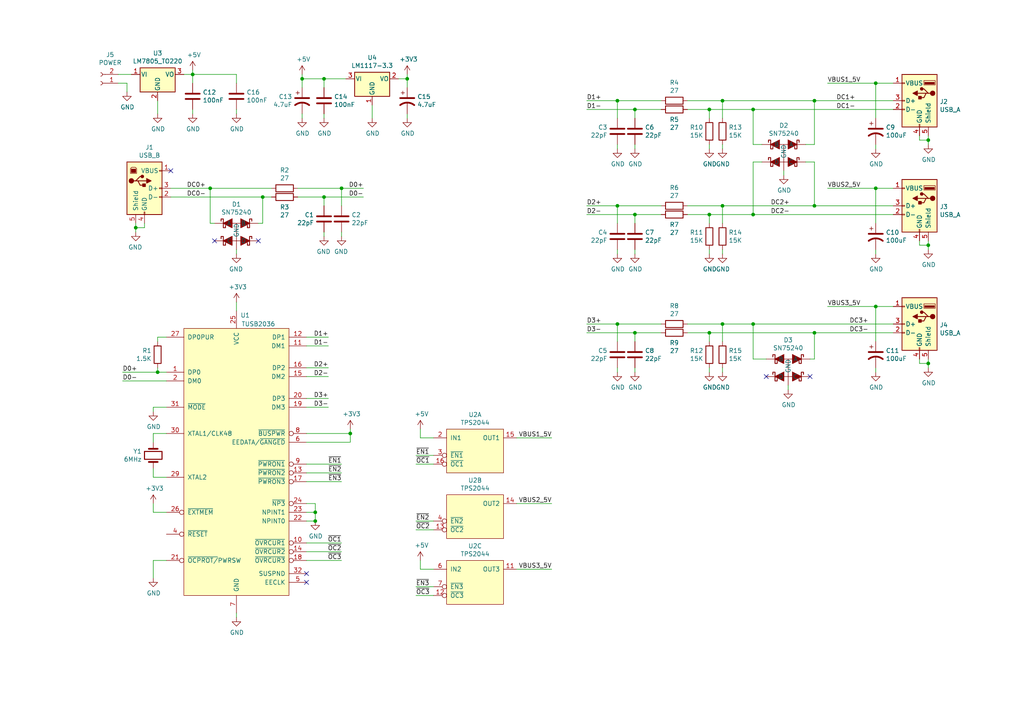
<source format=kicad_sch>
(kicad_sch (version 20211123) (generator eeschema)
  (paper "A4")
  (title_block (rev "v0.0.1") (company "MaykolRey.com"))
  (lib_symbols
    (symbol "Connector:Conn_01x02_Female" (pin_names (offset 1.016) hide)
      (property "Reference" "J" (at 0 2.54 0))
      (property "Value" "Conn_01x02_Female" (at 0 -5.08 0))
      (symbol "Conn_01x02_Female_1_1"
        (arc (start 0 -2.032) (mid -0.508 -2.54) (end 0 -3.048) (stroke (width 0.1524)))
        (polyline (pts (xy -1.27 -2.54) (xy -0.508 -2.54)) (stroke (width 0.1524)))
        (polyline (pts (xy -1.27 0) (xy -0.508 0)) (stroke (width 0.1524)))
        (arc (start 0 0.508) (mid -0.508 0) (end 0 -0.508) (stroke (width 0.1524)))
        (pin passive line (at -5.08 0 0) (length 3.81) (name "Pin_1") (number "1"))
        (pin passive line (at -5.08 -2.54 0) (length 3.81) (name "Pin_2") (number "2"))
      )
    )
    (symbol "Device:C" (pin_numbers hide) (pin_names (offset 0.254))
      (property "Reference" "C" (at 0.635 2.54 0))
      (property "Value" "C" (at 0.635 -2.54 0))
      (symbol "C_0_1"
        (polyline (pts (xy -2.032 -0.762) (xy 2.032 -0.762)) (stroke (width 0.508)))
        (polyline (pts (xy -2.032 0.762) (xy 2.032 0.762)) (stroke (width 0.508)))
      )
      (symbol "C_1_1"
        (pin passive line (at 0 3.81 270) (length 2.794) (name "~") (number "1"))
        (pin passive line (at 0 -3.81 90) (length 2.794) (name "~") (number "2"))
      )
    )
    (symbol "Device:Crystal" (pin_numbers hide) (pin_names (offset 1.016) hide)
      (property "Reference" "Y" (at 0 3.81 0))
      (property "Value" "Crystal" (at 0 -3.81 0))
      (symbol "Crystal_0_1"
        (rectangle (start -1.143 2.54) (end 1.143 -2.54) (stroke (width 0.3048)))
        (polyline (pts (xy -2.54 0) (xy -1.905 0)))
        (polyline (pts (xy -1.905 -1.27) (xy -1.905 1.27)) (stroke (width 0.508)))
        (polyline (pts (xy 1.905 -1.27) (xy 1.905 1.27)) (stroke (width 0.508)))
        (polyline (pts (xy 2.54 0) (xy 1.905 0)))
      )
      (symbol "Crystal_1_1"
        (pin passive line (at -3.81 0 0) (length 1.27) (name "1") (number "1"))
        (pin passive line (at 3.81 0 180) (length 1.27) (name "2") (number "2"))
      )
    )
    (symbol "Device:R" (pin_numbers hide) (pin_names (offset 0))
      (property "Reference" "R" (at 2.032 0 90))
      (property "Value" "R" (at 0 0 90))
      (symbol "R_0_1"
        (rectangle (start -1.016 -2.54) (end 1.016 2.54) (stroke (width 0.254)))
      )
      (symbol "R_1_1"
        (pin passive line (at 0 3.81 270) (length 1.27) (name "~") (number "1"))
        (pin passive line (at 0 -3.81 90) (length 1.27) (name "~") (number "2"))
      )
    )
    (symbol "Regulator_Linear:LM1117-3.3" (pin_names (offset 0.254))
      (property "Reference" "U" (at -3.81 3.175 0))
      (property "Value" "LM1117-3.3" (at 0 3.175 0))
      (symbol "LM1117-3.3_0_1"
        (rectangle (start -5.08 -5.08) (end 5.08 1.905) (stroke (width 0.254)) (fill (type background)))
      )
      (symbol "LM1117-3.3_1_1"
        (pin power_in line (at 0 -7.62 90) (length 2.54) (name "GND") (number "1"))
        (pin power_out line (at 7.62 0 180) (length 2.54) (name "VO") (number "2"))
        (pin power_in line (at -7.62 0 0) (length 2.54) (name "VI") (number "3"))
      )
    )
    (symbol "Regulator_Linear:LM7805_TO220" (pin_names (offset 0.254))
      (property "Reference" "U" (at -3.81 3.175 0))
      (property "Value" "LM7805_TO220" (at 0 3.175 0))
      (symbol "LM7805_TO220_0_1"
        (rectangle (start -5.08 1.905) (end 5.08 -5.08) (stroke (width 0.254)) (fill (type background)))
      )
      (symbol "LM7805_TO220_1_1"
        (pin power_in line (at -7.62 0 0) (length 2.54) (name "VI") (number "1"))
        (pin power_in line (at 0 -7.62 90) (length 2.54) (name "GND") (number "2"))
        (pin power_out line (at 7.62 0 180) (length 2.54) (name "VO") (number "3"))
      )
    )
    (symbol "hub_usb2.0-rescue:CP1-Device" (pin_numbers hide) (pin_names (offset 0.254) hide)
      (property "Reference" "C" (at 0.635 2.54 0))
      (property "Value" "CP1-Device" (at 0.635 -2.54 0))
      (symbol "CP1-Device_0_1"
        (polyline (pts (xy -2.032 0.762) (xy 2.032 0.762)) (stroke (width 0.508)))
        (polyline (pts (xy -1.778 2.286) (xy -0.762 2.286)))
        (polyline (pts (xy -1.27 1.778) (xy -1.27 2.794)))
        (arc (start 2.032 -1.27) (mid 0 -0.5572) (end -2.032 -1.27) (stroke (width 0.508)))
      )
      (symbol "CP1-Device_1_1"
        (pin passive line (at 0 3.81 270) (length 2.794) (name "~") (number "1"))
        (pin passive line (at 0 -3.81 90) (length 3.302) (name "~") (number "2"))
      )
    )
    (symbol "hub_usb2.0-rescue:SN75240-Mss_devices" (pin_numbers hide) (pin_names (offset 1.016))
      (property "Reference" "D" (at 0 11.43 0))
      (property "Value" "SN75240-Mss_devices" (at 7.62 -5.08 0))
      (symbol "SN75240-Mss_devices_0_0"
        (pin passive line (at 5.08 0 180) (length 2.54) hide (name "GND") (number "1"))
        (pin bidirectional line (at 2.54 6.35 270) (length 2.54) (name "C") (number "2"))
        (pin passive line (at 5.08 0 180) (length 2.54) hide (name "GND") (number "3"))
        (pin bidirectional line (at 2.54 -6.35 90) (length 2.54) (name "D") (number "4"))
        (pin passive line (at 5.08 0 180) (length 2.54) (name "GND") (number "5"))
        (pin bidirectional line (at -2.54 -6.35 90) (length 2.54) (name "B") (number "6"))
        (pin passive line (at 5.08 0 180) (length 2.54) hide (name "GND") (number "7"))
        (pin bidirectional line (at -2.54 6.35 270) (length 2.54) (name "A") (number "8"))
      )
      (symbol "SN75240-Mss_devices_0_1"
        (polyline (pts (xy -2.54 1.27) (xy -2.54 -1.27)))
        (polyline (pts (xy -2.54 1.27) (xy -2.54 3.81)))
        (polyline (pts (xy 2.54 0) (xy -2.54 0)))
        (polyline (pts (xy 2.54 1.27) (xy 2.54 -1.27)))
        (polyline (pts (xy -3.81 1.27) (xy -1.27 1.27) (xy -2.54 3.81) (xy -3.81 1.27)) (stroke (width 0.254)) (fill (type outline)))
        (polyline (pts (xy -3.175 4.445) (xy -3.81 4.445) (xy -3.81 3.81) (xy -1.27 3.81) (xy -1.27 3.175) (xy -1.905 3.175)) (stroke (width 0.254)))
      )
      (symbol "SN75240-Mss_devices_1_1"
        (polyline (pts (xy -2.54 -1.27) (xy -2.54 -3.81)))
        (polyline (pts (xy 2.54 -1.27) (xy 2.54 -3.81)))
        (polyline (pts (xy 2.54 1.27) (xy 2.54 3.81)))
        (polyline (pts (xy -3.81 -1.27) (xy -1.27 -1.27) (xy -2.54 -3.81) (xy -3.81 -1.27)) (stroke (width 0.254)) (fill (type outline)))
        (polyline (pts (xy 1.27 -1.27) (xy 3.81 -1.27) (xy 2.54 -3.81) (xy 1.27 -1.27)) (stroke (width 0.254)) (fill (type outline)))
        (polyline (pts (xy 1.27 1.27) (xy 3.81 1.27) (xy 2.54 3.81) (xy 1.27 1.27)) (stroke (width 0.254)) (fill (type outline)))
        (polyline (pts (xy -3.175 -4.445) (xy -3.81 -4.445) (xy -3.81 -3.81) (xy -1.27 -3.81) (xy -1.27 -3.175) (xy -1.905 -3.175)) (stroke (width 0.254)))
        (polyline (pts (xy 1.905 -4.445) (xy 1.27 -4.445) (xy 1.27 -3.81) (xy 3.81 -3.81) (xy 3.81 -3.175) (xy 3.175 -3.175)) (stroke (width 0.254)))
        (polyline (pts (xy 1.905 4.445) (xy 1.27 4.445) (xy 1.27 3.81) (xy 3.81 3.81) (xy 3.81 3.175) (xy 3.175 3.175)) (stroke (width 0.254)))
      )
    )
    (symbol "hub_usb2.0-rescue:TPS2044-MSS_RegulatorLineal" (pin_names (offset 1.016))
      (property "Reference" "U" (at 0 7.62 0))
      (property "Value" "TPS2044-MSS_RegulatorLineal" (at 0 -10.16 0))
      (symbol "TPS2044-MSS_RegulatorLineal_0_1"
        (rectangle (start -8.89 6.35) (end 7.62 -6.35) (fill (type background)))
      )
      (symbol "TPS2044-MSS_RegulatorLineal_1_1"
        (pin power_out line (at 11.43 3.81 180) (length 3.81) (name "OUT1") (number "15"))
        (pin power_in inverted (at -12.7 -3.81 0) (length 3.81) (name "~{OC1}") (number "16"))
        (pin power_in line (at -12.7 3.81 0) (length 3.81) (name "IN1") (number "2"))
        (pin passive inverted (at -12.7 -1.27 0) (length 3.81) (name "~{EN1}") (number "3"))
      )
      (symbol "TPS2044-MSS_RegulatorLineal_2_1"
        (pin power_in inverted (at -12.7 -3.81 0) (length 3.81) (name "~{OC2}") (number "13"))
        (pin power_out line (at 11.43 3.81 180) (length 3.81) (name "OUT2") (number "14"))
        (pin passive inverted (at -12.7 -1.27 0) (length 3.81) (name "~{EN2}") (number "4"))
      )
      (symbol "TPS2044-MSS_RegulatorLineal_3_1"
        (pin power_out line (at 11.43 3.81 180) (length 3.81) (name "OUT3") (number "11"))
        (pin power_in inverted (at -12.7 -3.81 0) (length 3.81) (name "~{OC3}") (number "12"))
        (pin power_in line (at -12.7 3.81 0) (length 3.81) (name "IN2") (number "6"))
        (pin passive inverted (at -12.7 -1.27 0) (length 3.81) (name "~{EN3}") (number "7"))
      )
      (symbol "TPS2044-MSS_RegulatorLineal_4_1"
        (pin power_out line (at 11.43 3.81 180) (length 3.81) (name "OUT4") (number "10"))
        (pin passive inverted (at -12.7 -1.27 0) (length 3.81) (name "~{EN4}") (number "8"))
        (pin power_in inverted (at -12.7 -3.81 0) (length 3.81) (name "~{OC4}") (number "9"))
      )
    )
    (symbol "hub_usb2.0-rescue:TUSB2036-MSS_Interfaz-IO" (pin_names (offset 1.016))
      (property "Reference" "U" (at 3.81 -43.18 0))
      (property "Value" "TUSB2036-MSS_Interfaz-IO" (at 0 10.16 0))
      (symbol "TUSB2036-MSS_Interfaz-IO_0_0"
        (pin bidirectional line (at -20.32 22.86 0) (length 5.08) (name "DP0") (number "1"))
        (pin input inverted (at 20.32 -26.67 180) (length 5.08) (name "~{OVRCUR1}") (number "10"))
        (pin bidirectional line (at 20.32 30.48 180) (length 5.08) (name "DM1") (number "11"))
        (pin bidirectional line (at 20.32 33.02 180) (length 5.08) (name "DP1") (number "12"))
        (pin output inverted (at 20.32 -6.35 180) (length 5.08) (name "~{PWRON2}") (number "13"))
        (pin input inverted (at 20.32 -29.21 180) (length 5.08) (name "~{OVRCUR2}") (number "14"))
        (pin bidirectional line (at 20.32 21.59 180) (length 5.08) (name "DM2") (number "15"))
        (pin bidirectional line (at 20.32 24.13 180) (length 5.08) (name "DP2") (number "16"))
        (pin output inverted (at 20.32 -8.89 180) (length 5.08) (name "~{PWRON3}") (number "17"))
        (pin input inverted (at 20.32 -31.75 180) (length 5.08) (name "~{OVRCUR3}") (number "18"))
        (pin bidirectional line (at 20.32 12.7 180) (length 5.08) (name "DM3") (number "19"))
        (pin bidirectional line (at -20.32 20.32 0) (length 5.08) (name "DM0") (number "2"))
        (pin bidirectional line (at 20.32 15.24 180) (length 5.08) (name "DP3") (number "20"))
        (pin input inverted (at -20.32 -31.75 0) (length 5.08) (name "~{OCPROT/}PWRSW") (number "21"))
        (pin input line (at 20.32 -20.32 180) (length 5.08) (name "NPINT0") (number "22"))
        (pin input line (at 20.32 -17.78 180) (length 5.08) (name "NPINT1") (number "23"))
        (pin input inverted (at 20.32 -15.24 180) (length 5.08) (name "~{NP3}") (number "24"))
        (pin power_in line (at 0 40.64 270) (length 5.08) (name "VCC") (number "25"))
        (pin input inverted (at -20.32 -17.78 0) (length 5.08) (name "~{EXTMEM}") (number "26"))
        (pin output line (at -20.32 33.02 0) (length 5.08) (name "DP0PUR") (number "27"))
        (pin passive line (at 0 -46.99 90) (length 5.08) hide (name "GND") (number "28"))
        (pin output line (at -20.32 -7.62 0) (length 5.08) (name "XTAL2") (number "29"))
        (pin power_in line (at 0 40.64 270) (length 5.08) hide (name "VCC") (number "3"))
        (pin input line (at -20.32 5.08 0) (length 5.08) (name "XTAL1/CLK48") (number "30"))
        (pin input line (at -20.32 12.7 0) (length 5.08) (name "~{MODE}") (number "31"))
        (pin output line (at 20.32 -35.56 180) (length 5.08) (name "SUSPND") (number "32"))
        (pin input inverted (at -20.32 -24.13 0) (length 5.08) (name "~{RESET}") (number "4"))
        (pin output line (at 20.32 -38.1 180) (length 5.08) (name "EECLK") (number "5"))
        (pin bidirectional line (at 20.32 2.54 180) (length 5.08) (name "EEDATA/~{GANGED}") (number "6"))
        (pin passive line (at 0 -46.99 90) (length 5.08) (name "GND") (number "7"))
        (pin output inverted (at 20.32 -3.81 180) (length 5.08) (name "~{PWRON1}") (number "9"))
      )
      (symbol "TUSB2036-MSS_Interfaz-IO_0_1"
        (rectangle (start -15.24 35.56) (end 15.24 -41.91) (fill (type background)))
      )
      (symbol "TUSB2036-MSS_Interfaz-IO_1_1"
        (pin input inverted (at 20.32 5.08 180) (length 5.08) (name "~{BUSPWR}") (number "8"))
      )
    )
    (symbol "hub_usb2.0-rescue:USB_A-Connector" (pin_names (offset 1.016))
      (property "Reference" "J" (at -5.08 11.43 0))
      (property "Value" "USB_A-Connector" (at -5.08 8.89 0))
      (symbol "USB_A-Connector_0_1"
        (rectangle (start -5.08 -7.62) (end 5.08 7.62) (stroke (width 0.254)) (fill (type background)))
        (circle (center -3.81 2.159) (radius 0.635) (stroke (width 0.254)) (fill (type outline)))
        (rectangle (start -1.524 4.826) (end -4.318 5.334) (fill (type outline)))
        (rectangle (start -1.27 4.572) (end -4.572 5.842))
        (circle (center -0.635 3.429) (radius 0.381) (stroke (width 0.254)) (fill (type outline)))
        (rectangle (start -0.127 -7.62) (end 0.127 -6.858))
        (polyline (pts (xy -3.175 2.159) (xy -2.54 2.159) (xy -1.27 3.429) (xy -0.635 3.429)) (stroke (width 0.254)))
        (polyline (pts (xy -2.54 2.159) (xy -1.905 2.159) (xy -1.27 0.889) (xy 0 0.889)) (stroke (width 0.254)))
        (polyline (pts (xy 0.635 2.794) (xy 0.635 1.524) (xy 1.905 2.159) (xy 0.635 2.794)) (stroke (width 0.254)) (fill (type outline)))
        (rectangle (start 0.254 1.27) (end -0.508 0.508) (stroke (width 0.254)) (fill (type outline)))
        (rectangle (start 5.08 -2.667) (end 4.318 -2.413))
        (rectangle (start 5.08 -0.127) (end 4.318 0.127))
        (rectangle (start 5.08 4.953) (end 4.318 5.207))
      )
      (symbol "USB_A-Connector_1_1"
        (polyline (pts (xy -1.905 2.159) (xy 0.635 2.159)) (stroke (width 0.254)))
        (pin power_in line (at 7.62 5.08 180) (length 2.54) (name "VBUS") (number "1"))
        (pin passive line (at 7.62 -2.54 180) (length 2.54) (name "D-") (number "2"))
        (pin passive line (at 7.62 0 180) (length 2.54) (name "D+") (number "3"))
        (pin power_in line (at 0 -10.16 90) (length 2.54) (name "GND") (number "4"))
        (pin passive line (at -2.54 -10.16 90) (length 2.54) (name "Shield") (number "5"))
      )
    )
    (symbol "hub_usb2.0-rescue:USB_B-Connector" (pin_names (offset 1.016))
      (property "Reference" "J" (at -5.08 11.43 0))
      (property "Value" "USB_B-Connector" (at -5.08 8.89 0))
      (symbol "USB_B-Connector_0_1"
        (rectangle (start -5.08 -7.62) (end 5.08 7.62) (stroke (width 0.254)) (fill (type background)))
        (circle (center -3.81 2.159) (radius 0.635) (stroke (width 0.254)) (fill (type outline)))
        (rectangle (start -3.81 5.588) (end -2.54 4.572) (fill (type outline)))
        (circle (center -0.635 3.429) (radius 0.381) (stroke (width 0.254)) (fill (type outline)))
        (rectangle (start -0.127 -7.62) (end 0.127 -6.858))
        (polyline (pts (xy -1.905 2.159) (xy 0.635 2.159)) (stroke (width 0.254)))
        (polyline (pts (xy -3.175 2.159) (xy -2.54 2.159) (xy -1.27 3.429) (xy -0.635 3.429)) (stroke (width 0.254)))
        (polyline (pts (xy -2.54 2.159) (xy -1.905 2.159) (xy -1.27 0.889) (xy 0 0.889)) (stroke (width 0.254)))
        (polyline (pts (xy 0.635 2.794) (xy 0.635 1.524) (xy 1.905 2.159) (xy 0.635 2.794)) (stroke (width 0.254)) (fill (type outline)))
        (polyline (pts (xy -4.064 4.318) (xy -2.286 4.318) (xy -2.286 5.715) (xy -2.667 6.096) (xy -3.683 6.096) (xy -4.064 5.715) (xy -4.064 4.318)))
        (rectangle (start 0.254 1.27) (end -0.508 0.508) (stroke (width 0.254)) (fill (type outline)))
        (rectangle (start 5.08 -2.667) (end 4.318 -2.413))
        (rectangle (start 5.08 -0.127) (end 4.318 0.127))
        (rectangle (start 5.08 4.953) (end 4.318 5.207))
      )
      (symbol "USB_B-Connector_1_1"
        (pin power_out line (at 7.62 5.08 180) (length 2.54) (name "VBUS") (number "1"))
        (pin passive line (at 7.62 -2.54 180) (length 2.54) (name "D-") (number "2"))
        (pin passive line (at 7.62 0 180) (length 2.54) (name "D+") (number "3"))
        (pin power_out line (at 0 -10.16 90) (length 2.54) (name "GND") (number "4"))
        (pin passive line (at -2.54 -10.16 90) (length 2.54) (name "Shield") (number "5"))
      )
    )
    (symbol "power:+3.3V" (power) (pin_names (offset 0))
      (property "Value" "+3.3V" (at 0 3.556 0))
      (symbol "+3.3V_0_1"
        (polyline (pts (xy -0.762 1.27) (xy 0 2.54)))
        (polyline (pts (xy 0 0) (xy 0 2.54)))
        (polyline (pts (xy 0 2.54) (xy 0.762 1.27)))
      )
      (symbol "+3.3V_1_1"
        (pin power_in line (at 0 0 90) (length 0) hide (name "+3V3") (number "1"))
      )
    )
    (symbol "power:+5V" (power) (pin_names (offset 0))
      (property "Value" "+5V" (at 0 3.556 0))
      (symbol "+5V_0_1"
        (polyline (pts (xy -0.762 1.27) (xy 0 2.54)))
        (polyline (pts (xy 0 0) (xy 0 2.54)))
        (polyline (pts (xy 0 2.54) (xy 0.762 1.27)))
      )
      (symbol "+5V_1_1"
        (pin power_in line (at 0 0 90) (length 0) hide (name "+5V") (number "1"))
      )
    )
    (symbol "power:GND" (power) (pin_names (offset 0))
      (property "Value" "GND" (at 0 -3.81 0))
      (symbol "GND_0_1"
        (polyline (pts (xy 0 0) (xy 0 -1.27) (xy 1.27 -1.27) (xy 0 -2.54) (xy -1.27 -1.27) (xy 0 -1.27)))
      )
      (symbol "GND_1_1"
        (pin power_in line (at 0 0 270) (length 0) hide (name "GND") (number "1"))
      )
    )
  )
  (junction (at 269.24 71.12))
  (junction (at 39.37 66.04))
  (junction (at 118.11 22.86))
  (junction (at 254 88.9))
  (junction (at 93.98 57.15))
  (junction (at 91.44 151.13))
  (junction (at 218.44 62.23))
  (junction (at 205.74 31.75))
  (junction (at 205.74 96.52))
  (junction (at 269.24 105.41))
  (junction (at 236.22 96.52))
  (junction (at 179.07 59.69))
  (junction (at 55.88 21.59))
  (junction (at 99.06 54.61))
  (junction (at 218.44 93.98))
  (junction (at 205.74 62.23))
  (junction (at 254 24.13))
  (junction (at 184.15 31.75))
  (junction (at 101.6 125.73))
  (junction (at 209.55 93.98))
  (junction (at 76.2 57.15))
  (junction (at 209.55 59.69))
  (junction (at 254 54.61))
  (junction (at 45.72 107.95))
  (junction (at 91.44 148.59))
  (junction (at 184.15 62.23))
  (junction (at 184.15 96.52))
  (junction (at 179.07 29.21))
  (junction (at 236.22 59.69))
  (junction (at 269.24 40.64))
  (junction (at 179.07 93.98))
  (junction (at 236.22 29.21))
  (junction (at 218.44 31.75))
  (junction (at 93.98 22.86))
  (junction (at 209.55 29.21))
  (junction (at 60.96 54.61))
  (junction (at 87.63 22.86))
  (no_connect (at 74.93 69.85))
  (no_connect (at 88.9 168.91))
  (no_connect (at 234.95 109.22))
  (no_connect (at 88.9 166.37))
  (no_connect (at 49.53 49.53))
  (no_connect (at 62.23 69.85))
  (no_connect (at 222.25 109.22))
  (wire (pts (xy 269.24 41.91) (xy 269.24 40.64)))
  (wire (pts (xy 95.25 100.33) (xy 88.9 100.33)))
  (wire (pts (xy 205.74 31.75) (xy 199.39 31.75)))
  (wire (pts (xy 254 43.18) (xy 254 41.91)))
  (wire (pts (xy 101.6 128.27) (xy 101.6 125.73)))
  (wire (pts (xy 118.11 34.29) (xy 118.11 33.02)))
  (wire (pts (xy 191.77 93.98) (xy 179.07 93.98)))
  (wire (pts (xy 266.7 105.41) (xy 269.24 105.41)))
  (wire (pts (xy 254 64.77) (xy 254 54.61)))
  (wire (pts (xy 209.55 93.98) (xy 199.39 93.98)))
  (wire (pts (xy 99.06 54.61) (xy 105.41 54.61)))
  (wire (pts (xy 209.55 73.66) (xy 209.55 72.39)))
  (wire (pts (xy 100.33 22.86) (xy 93.98 22.86)))
  (wire (pts (xy 68.58 33.02) (xy 68.58 31.75)))
  (wire (pts (xy 266.7 40.64) (xy 269.24 40.64)))
  (wire (pts (xy 259.08 88.9) (xy 254 88.9)))
  (wire (pts (xy 88.9 157.48) (xy 99.06 157.48)))
  (wire (pts (xy 95.25 97.79) (xy 88.9 97.79)))
  (wire (pts (xy 179.07 41.91) (xy 179.07 43.18)))
  (wire (pts (xy 87.63 33.02) (xy 87.63 34.29)))
  (wire (pts (xy 101.6 125.73) (xy 88.9 125.73)))
  (wire (pts (xy 236.22 96.52) (xy 259.08 96.52)))
  (wire (pts (xy 88.9 134.62) (xy 99.06 134.62)))
  (wire (pts (xy 60.96 64.77) (xy 60.96 54.61)))
  (wire (pts (xy 88.9 137.16) (xy 99.06 137.16)))
  (wire (pts (xy 205.74 64.77) (xy 205.74 62.23)))
  (wire (pts (xy 184.15 34.29) (xy 184.15 31.75)))
  (wire (pts (xy 254 99.06) (xy 254 88.9)))
  (wire (pts (xy 36.83 26.67) (xy 36.83 24.13)))
  (wire (pts (xy 35.56 107.95) (xy 45.72 107.95)))
  (wire (pts (xy 269.24 71.12) (xy 269.24 69.85)))
  (wire (pts (xy 36.83 24.13) (xy 34.29 24.13)))
  (wire (pts (xy 41.91 64.77) (xy 41.91 66.04)))
  (wire (pts (xy 107.95 30.48) (xy 107.95 34.29)))
  (wire (pts (xy 91.44 148.59) (xy 91.44 146.05)))
  (wire (pts (xy 205.74 34.29) (xy 205.74 31.75)))
  (wire (pts (xy 118.11 25.4) (xy 118.11 22.86)))
  (wire (pts (xy 68.58 21.59) (xy 55.88 21.59)))
  (wire (pts (xy 184.15 96.52) (xy 191.77 96.52)))
  (wire (pts (xy 39.37 66.04) (xy 39.37 64.77)))
  (wire (pts (xy 55.88 33.02) (xy 55.88 31.75)))
  (wire (pts (xy 45.72 97.79) (xy 48.26 97.79)))
  (wire (pts (xy 205.74 43.18) (xy 205.74 41.91)))
  (wire (pts (xy 218.44 93.98) (xy 209.55 93.98)))
  (wire (pts (xy 120.65 170.18) (xy 125.73 170.18)))
  (wire (pts (xy 88.9 151.13) (xy 91.44 151.13)))
  (wire (pts (xy 88.9 109.22) (xy 95.25 109.22)))
  (wire (pts (xy 254 107.95) (xy 254 106.68)))
  (wire (pts (xy 170.18 93.98) (xy 179.07 93.98)))
  (wire (pts (xy 205.74 99.06) (xy 205.74 96.52)))
  (wire (pts (xy 254 24.13) (xy 240.03 24.13)))
  (wire (pts (xy 44.45 146.05) (xy 44.45 148.59)))
  (wire (pts (xy 259.08 29.21) (xy 236.22 29.21)))
  (wire (pts (xy 93.98 67.31) (xy 93.98 68.58)))
  (wire (pts (xy 49.53 57.15) (xy 76.2 57.15)))
  (wire (pts (xy 74.93 64.77) (xy 76.2 64.77)))
  (wire (pts (xy 55.88 24.13) (xy 55.88 21.59)))
  (wire (pts (xy 99.06 160.02) (xy 88.9 160.02)))
  (wire (pts (xy 41.91 66.04) (xy 39.37 66.04)))
  (wire (pts (xy 88.9 106.68) (xy 95.25 106.68)))
  (wire (pts (xy 49.53 54.61) (xy 60.96 54.61)))
  (wire (pts (xy 88.9 128.27) (xy 101.6 128.27)))
  (wire (pts (xy 44.45 162.56) (xy 48.26 162.56)))
  (wire (pts (xy 39.37 67.31) (xy 39.37 66.04)))
  (wire (pts (xy 233.68 46.99) (xy 236.22 46.99)))
  (wire (pts (xy 233.68 41.91) (xy 236.22 41.91)))
  (wire (pts (xy 209.55 43.18) (xy 209.55 41.91)))
  (wire (pts (xy 259.08 24.13) (xy 254 24.13)))
  (wire (pts (xy 184.15 31.75) (xy 191.77 31.75)))
  (wire (pts (xy 209.55 59.69) (xy 199.39 59.69)))
  (wire (pts (xy 254 73.66) (xy 254 72.39)))
  (wire (pts (xy 44.45 128.27) (xy 44.45 125.73)))
  (wire (pts (xy 220.98 41.91) (xy 218.44 41.91)))
  (wire (pts (xy 118.11 22.86) (xy 115.57 22.86)))
  (wire (pts (xy 88.9 115.57) (xy 95.25 115.57)))
  (wire (pts (xy 184.15 41.91) (xy 184.15 43.18)))
  (wire (pts (xy 99.06 67.31) (xy 99.06 68.58)))
  (wire (pts (xy 68.58 87.63) (xy 68.58 90.17)))
  (wire (pts (xy 205.74 62.23) (xy 199.39 62.23)))
  (wire (pts (xy 60.96 54.61) (xy 78.74 54.61)))
  (wire (pts (xy 220.98 46.99) (xy 218.44 46.99)))
  (wire (pts (xy 88.9 139.7) (xy 99.06 139.7)))
  (wire (pts (xy 170.18 62.23) (xy 184.15 62.23)))
  (wire (pts (xy 93.98 22.86) (xy 87.63 22.86)))
  (wire (pts (xy 120.65 132.08) (xy 125.73 132.08)))
  (wire (pts (xy 62.23 64.77) (xy 60.96 64.77)))
  (wire (pts (xy 184.15 99.06) (xy 184.15 96.52)))
  (wire (pts (xy 236.22 104.14) (xy 236.22 96.52)))
  (wire (pts (xy 93.98 59.69) (xy 93.98 57.15)))
  (wire (pts (xy 179.07 93.98) (xy 179.07 99.06)))
  (wire (pts (xy 179.07 29.21) (xy 179.07 34.29)))
  (wire (pts (xy 44.45 167.64) (xy 44.45 162.56)))
  (wire (pts (xy 227.33 50.8) (xy 227.33 49.53)))
  (wire (pts (xy 121.92 165.1) (xy 125.73 165.1)))
  (wire (pts (xy 170.18 31.75) (xy 184.15 31.75)))
  (wire (pts (xy 191.77 59.69) (xy 179.07 59.69)))
  (wire (pts (xy 55.88 21.59) (xy 53.34 21.59)))
  (wire (pts (xy 170.18 96.52) (xy 184.15 96.52)))
  (wire (pts (xy 209.55 59.69) (xy 236.22 59.69)))
  (wire (pts (xy 121.92 124.46) (xy 121.92 127)))
  (wire (pts (xy 44.45 118.11) (xy 48.26 118.11)))
  (wire (pts (xy 269.24 72.39) (xy 269.24 71.12)))
  (wire (pts (xy 234.95 104.14) (xy 236.22 104.14)))
  (wire (pts (xy 209.55 64.77) (xy 209.55 59.69)))
  (wire (pts (xy 120.65 153.67) (xy 125.73 153.67)))
  (wire (pts (xy 121.92 162.56) (xy 121.92 165.1)))
  (wire (pts (xy 88.9 118.11) (xy 95.25 118.11)))
  (wire (pts (xy 266.7 104.14) (xy 266.7 105.41)))
  (wire (pts (xy 205.74 31.75) (xy 218.44 31.75)))
  (wire (pts (xy 269.24 105.41) (xy 269.24 104.14)))
  (wire (pts (xy 99.06 54.61) (xy 99.06 59.69)))
  (wire (pts (xy 205.74 107.95) (xy 205.74 106.68)))
  (wire (pts (xy 93.98 57.15) (xy 86.36 57.15)))
  (wire (pts (xy 222.25 104.14) (xy 218.44 104.14)))
  (wire (pts (xy 45.72 99.06) (xy 45.72 97.79)))
  (wire (pts (xy 68.58 73.66) (xy 68.58 72.39)))
  (wire (pts (xy 259.08 31.75) (xy 218.44 31.75)))
  (wire (pts (xy 259.08 59.69) (xy 236.22 59.69)))
  (wire (pts (xy 266.7 39.37) (xy 266.7 40.64)))
  (wire (pts (xy 184.15 106.68) (xy 184.15 107.95)))
  (wire (pts (xy 120.65 172.72) (xy 125.73 172.72)))
  (wire (pts (xy 228.6 113.03) (xy 228.6 111.76)))
  (wire (pts (xy 254 54.61) (xy 240.03 54.61)))
  (wire (pts (xy 93.98 33.02) (xy 93.98 34.29)))
  (wire (pts (xy 160.02 165.1) (xy 149.86 165.1)))
  (wire (pts (xy 76.2 64.77) (xy 76.2 57.15)))
  (wire (pts (xy 184.15 64.77) (xy 184.15 62.23)))
  (wire (pts (xy 269.24 40.64) (xy 269.24 39.37)))
  (wire (pts (xy 170.18 59.69) (xy 179.07 59.69)))
  (wire (pts (xy 205.74 96.52) (xy 236.22 96.52)))
  (wire (pts (xy 91.44 148.59) (xy 88.9 148.59)))
  (wire (pts (xy 184.15 62.23) (xy 191.77 62.23)))
  (wire (pts (xy 101.6 124.46) (xy 101.6 125.73)))
  (wire (pts (xy 218.44 62.23) (xy 259.08 62.23)))
  (wire (pts (xy 170.18 29.21) (xy 179.07 29.21)))
  (wire (pts (xy 160.02 127) (xy 149.86 127)))
  (wire (pts (xy 68.58 179.07) (xy 68.58 177.8)))
  (wire (pts (xy 179.07 59.69) (xy 179.07 64.77)))
  (wire (pts (xy 87.63 21.59) (xy 87.63 22.86)))
  (wire (pts (xy 68.58 24.13) (xy 68.58 21.59)))
  (wire (pts (xy 86.36 54.61) (xy 99.06 54.61)))
  (wire (pts (xy 209.55 99.06) (xy 209.55 93.98)))
  (wire (pts (xy 87.63 22.86) (xy 87.63 25.4)))
  (wire (pts (xy 160.02 146.05) (xy 149.86 146.05)))
  (wire (pts (xy 93.98 25.4) (xy 93.98 22.86)))
  (wire (pts (xy 121.92 127) (xy 125.73 127)))
  (wire (pts (xy 209.55 107.95) (xy 209.55 106.68)))
  (wire (pts (xy 35.56 110.49) (xy 48.26 110.49)))
  (wire (pts (xy 266.7 71.12) (xy 269.24 71.12)))
  (wire (pts (xy 44.45 125.73) (xy 48.26 125.73)))
  (wire (pts (xy 254 34.29) (xy 254 24.13)))
  (wire (pts (xy 205.74 73.66) (xy 205.74 72.39)))
  (wire (pts (xy 55.88 20.32) (xy 55.88 21.59)))
  (wire (pts (xy 44.45 119.38) (xy 44.45 118.11)))
  (wire (pts (xy 218.44 93.98) (xy 259.08 93.98)))
  (wire (pts (xy 91.44 146.05) (xy 88.9 146.05)))
  (wire (pts (xy 218.44 104.14) (xy 218.44 93.98)))
  (wire (pts (xy 44.45 138.43) (xy 48.26 138.43)))
  (wire (pts (xy 48.26 107.95) (xy 45.72 107.95)))
  (wire (pts (xy 209.55 29.21) (xy 199.39 29.21)))
  (wire (pts (xy 254 88.9) (xy 240.03 88.9)))
  (wire (pts (xy 209.55 34.29) (xy 209.55 29.21)))
  (wire (pts (xy 120.65 151.13) (xy 125.73 151.13)))
  (wire (pts (xy 269.24 106.68) (xy 269.24 105.41)))
  (wire (pts (xy 93.98 57.15) (xy 105.41 57.15)))
  (wire (pts (xy 45.72 107.95) (xy 45.72 106.68)))
  (wire (pts (xy 44.45 135.89) (xy 44.45 138.43)))
  (wire (pts (xy 236.22 46.99) (xy 236.22 59.69)))
  (wire (pts (xy 45.72 33.02) (xy 45.72 29.21)))
  (wire (pts (xy 259.08 54.61) (xy 254 54.61)))
  (wire (pts (xy 266.7 69.85) (xy 266.7 71.12)))
  (wire (pts (xy 44.45 148.59) (xy 48.26 148.59)))
  (wire (pts (xy 179.07 106.68) (xy 179.07 107.95)))
  (wire (pts (xy 179.07 72.39) (xy 179.07 73.66)))
  (wire (pts (xy 218.44 46.99) (xy 218.44 62.23)))
  (wire (pts (xy 118.11 21.59) (xy 118.11 22.86)))
  (wire (pts (xy 236.22 41.91) (xy 236.22 29.21)))
  (wire (pts (xy 205.74 96.52) (xy 199.39 96.52)))
  (wire (pts (xy 209.55 29.21) (xy 236.22 29.21)))
  (wire (pts (xy 34.29 21.59) (xy 38.1 21.59)))
  (wire (pts (xy 205.74 62.23) (xy 218.44 62.23)))
  (wire (pts (xy 76.2 57.15) (xy 78.74 57.15)))
  (wire (pts (xy 88.9 162.56) (xy 99.06 162.56)))
  (wire (pts (xy 184.15 72.39) (xy 184.15 73.66)))
  (wire (pts (xy 91.44 151.13) (xy 91.44 148.59)))
  (wire (pts (xy 120.65 134.62) (xy 125.73 134.62)))
  (wire (pts (xy 191.77 29.21) (xy 179.07 29.21)))
  (wire (pts (xy 218.44 41.91) (xy 218.44 31.75)))
  (label "VBUS2_5V" (at 240.03 54.61 0))
  (label "D1+" (at 170.18 29.21 0))
  (label "~{EN3}" (at 99.06 139.7 180))
  (label "~{EN1}" (at 99.06 134.62 180))
  (label "D0+" (at 35.56 107.95 0))
  (label "~{EN2}" (at 120.65 151.13 0))
  (label "~{EN1}" (at 120.65 132.08 0))
  (label "VBUS1_5V" (at 160.02 127 180))
  (label "~{OC1}" (at 120.65 134.62 0))
  (label "D1+" (at 95.25 97.79 180))
  (label "D0+" (at 105.41 54.61 180))
  (label "~{OC3}" (at 99.06 162.56 180))
  (label "D2-" (at 95.25 109.22 180))
  (label "D1-" (at 170.18 31.75 0))
  (label "D3-" (at 95.25 118.11 180))
  (label "DC2-" (at 223.52 62.23 0))
  (label "D3+" (at 95.25 115.57 180))
  (label "DC3-" (at 246.38 96.52 0))
  (label "D0-" (at 35.56 110.49 0))
  (label "DC1-" (at 242.57 31.75 0))
  (label "~{OC3}" (at 120.65 172.72 0))
  (label "VBUS3_5V" (at 160.02 165.1 180))
  (label "D2+" (at 170.18 59.69 0))
  (label "D2+" (at 95.25 106.68 180))
  (label "D0-" (at 105.41 57.15 180))
  (label "D1-" (at 95.25 100.33 180))
  (label "D3-" (at 170.18 96.52 0))
  (label "D2-" (at 170.18 62.23 0))
  (label "DC2+" (at 223.52 59.69 0))
  (label "~{EN3}" (at 120.65 170.18 0))
  (label "VBUS3_5V" (at 240.03 88.9 0))
  (label "VBUS1_5V" (at 240.03 24.13 0))
  (label "~{OC2}" (at 99.06 160.02 180))
  (label "D3+" (at 170.18 93.98 0))
  (label "DC3+" (at 246.38 93.98 0))
  (label "DC0-" (at 59.69 57.15 180))
  (label "~{OC2}" (at 120.65 153.67 0))
  (label "~{EN2}" (at 99.06 137.16 180))
  (label "DC0+" (at 59.69 54.61 180))
  (label "~{OC1}" (at 99.06 157.48 180))
  (label "VBUS2_5V" (at 160.02 146.05 180))
  (label "DC1+" (at 242.57 29.21 0))
  (symbol (lib_id "hub_usb2.0-rescue:TUSB2036-MSS_Interfaz-IO") (at 68.58 130.81 0) (unit 1)
    (property "Reference" "U1" (at 71.12 91.44 0))
    (property "Value" "TUSB2036" (at 74.93 93.98 0))
    (property "Footprint" "Package_QFP:LQFP-32_7x7mm_P0.8mm" (effects hide))
    (property "Datasheet" "https://www.ti.com/lit/ds/symlink/tusb2036.pdf?HQS=TI-null-null-digikeymode-df-pf-null-wwe&ts=1599919145072" (effects hide))
  )
  (symbol (lib_id "power:GND") (at 68.58 179.07 0) (unit 1)
    (property "Reference" "#PWR07" (effects hide))
    (property "Value" "GND" (at 68.707 183.4642 0))
  )
  (symbol (lib_id "power:+3.3V") (at 68.58 87.63 0) (unit 1)
    (property "Reference" "#PWR06" (effects hide))
    (property "Value" "+3.3V" (at 68.961 83.2358 0))
  )
  (symbol (lib_id "Device:Crystal") (at 44.45 132.08 270) (unit 1)
    (property "Reference" "Y1" (at 41.1226 130.9116 90) (effects (justify right)))
    (property "Value" "6MHz" (at 41.1226 133.223 90) (effects (justify right)))
    (property "Footprint" "Crystal:Crystal_SMD_MicroCrystal_CC7V-T1A-2Pin_3.2x1.5mm" (effects hide))
  )
  (symbol (lib_id "power:+3.3V") (at 44.45 146.05 0) (unit 1)
    (property "Reference" "#PWR03" (effects hide))
    (property "Value" "+3.3V" (at 44.831 141.6558 0))
  )
  (symbol (lib_id "power:GND") (at 44.45 167.64 0) (unit 1)
    (property "Reference" "#PWR04" (effects hide))
    (property "Value" "GND" (at 44.577 172.0342 0))
  )
  (symbol (lib_id "power:GND") (at 91.44 151.13 0) (unit 1)
    (property "Reference" "#PWR010" (effects hide))
    (property "Value" "GND" (at 91.567 155.5242 0))
  )
  (symbol (lib_id "power:+3.3V") (at 101.6 124.46 0) (unit 1)
    (property "Reference" "#PWR011" (effects hide))
    (property "Value" "+3.3V" (at 101.981 120.0658 0))
  )
  (symbol (lib_id "power:GND") (at 44.45 119.38 0) (unit 1)
    (property "Reference" "#PWR02" (effects hide))
    (property "Value" "GND" (at 44.577 123.7742 0))
  )
  (symbol (lib_id "Device:R") (at 45.72 102.87 0) (unit 1)
    (property "Reference" "R1" (at 43.9674 101.7016 0) (effects (justify right)))
    (property "Value" "1.5K" (at 43.9674 104.013 0) (effects (justify right)))
    (property "Footprint" "Resistor_SMD:R_0402_1005Metric" (effects hide))
  )
  (symbol (lib_id "Device:R") (at 195.58 29.21 270) (unit 1)
    (property "Reference" "R4" (at 195.58 23.9522 90))
    (property "Value" "27" (at 195.58 26.2636 90))
    (property "Footprint" "Resistor_SMD:R_0402_1005Metric" (effects hide))
  )
  (symbol (lib_id "Device:R") (at 195.58 31.75 270) (unit 1)
    (property "Reference" "R5" (at 195.58 34.671 90))
    (property "Value" "27" (at 195.58 36.9824 90))
    (property "Footprint" "Resistor_SMD:R_0402_1005Metric" (effects hide))
  )
  (symbol (lib_id "Device:R") (at 205.74 38.1 180) (unit 1)
    (property "Reference" "R10" (at 203.9874 36.9316 0) (effects (justify left)))
    (property "Value" "15K" (at 203.9874 39.243 0) (effects (justify left)))
    (property "Footprint" "Resistor_SMD:R_0402_1005Metric" (effects hide))
  )
  (symbol (lib_id "Device:R") (at 209.55 38.1 180) (unit 1)
    (property "Reference" "R13" (at 211.328 36.9316 0) (effects (justify right)))
    (property "Value" "15K" (at 211.328 39.243 0) (effects (justify right)))
    (property "Footprint" "Resistor_SMD:R_0402_1005Metric" (effects hide))
  )
  (symbol (lib_id "Device:C") (at 179.07 38.1 0) (unit 1)
    (property "Reference" "C3" (at 176.1744 36.9316 0) (effects (justify right)))
    (property "Value" "22pF" (at 176.1744 39.243 0) (effects (justify right)))
    (property "Footprint" "Capacitor_SMD:C_0402_1005Metric" (effects hide))
  )
  (symbol (lib_id "Device:C") (at 184.15 38.1 0) (unit 1)
    (property "Reference" "C6" (at 187.071 36.9316 0) (effects (justify left)))
    (property "Value" "22pF" (at 187.071 39.243 0) (effects (justify left)))
    (property "Footprint" "Capacitor_SMD:C_0402_1005Metric" (effects hide))
  )
  (symbol (lib_id "power:GND") (at 179.07 43.18 0) (unit 1)
    (property "Reference" "#PWR014" (effects hide))
    (property "Value" "GND" (at 179.197 47.5742 0))
  )
  (symbol (lib_id "power:GND") (at 184.15 43.18 0) (unit 1)
    (property "Reference" "#PWR017" (effects hide))
    (property "Value" "GND" (at 184.277 47.5742 0))
  )
  (symbol (lib_id "power:GND") (at 205.74 43.18 0) (unit 1)
    (property "Reference" "#PWR020" (effects hide))
    (property "Value" "GND" (at 205.867 47.5742 0))
  )
  (symbol (lib_id "power:GND") (at 209.55 43.18 0) (unit 1)
    (property "Reference" "#PWR023" (effects hide))
    (property "Value" "GND" (at 209.677 47.5742 0))
  )
  (symbol (lib_id "hub_usb2.0-rescue:USB_A-Connector") (at 266.7 29.21 0) (mirror y) (unit 1)
    (property "Reference" "J2" (at 272.542 29.4894 0) (effects (justify right)))
    (property "Value" "USB_A" (at 272.542 31.8008 0) (effects (justify right)))
    (property "Footprint" "Connector_USB:USB_A_Wuerth_614004134726_Horizontal" (effects hide))
    (property "Datasheet" " ~" (effects hide))
  )
  (symbol (lib_id "power:GND") (at 269.24 41.91 0) (unit 1)
    (property "Reference" "#PWR031" (effects hide))
    (property "Value" "GND" (at 269.367 46.3042 0))
  )
  (symbol (lib_id "Device:R") (at 195.58 59.69 270) (unit 1)
    (property "Reference" "R6" (at 195.58 54.4322 90))
    (property "Value" "27" (at 195.58 56.7436 90))
    (property "Footprint" "Resistor_SMD:R_0402_1005Metric" (effects hide))
  )
  (symbol (lib_id "Device:R") (at 195.58 62.23 270) (unit 1)
    (property "Reference" "R7" (at 195.58 65.151 90))
    (property "Value" "27" (at 195.58 67.4624 90))
    (property "Footprint" "Resistor_SMD:R_0402_1005Metric" (effects hide))
  )
  (symbol (lib_id "Device:R") (at 205.74 68.58 180) (unit 1)
    (property "Reference" "R11" (at 203.9874 67.4116 0) (effects (justify left)))
    (property "Value" "15K" (at 203.9874 69.723 0) (effects (justify left)))
    (property "Footprint" "Resistor_SMD:R_0402_1005Metric" (effects hide))
  )
  (symbol (lib_id "Device:R") (at 209.55 68.58 180) (unit 1)
    (property "Reference" "R14" (at 211.328 67.4116 0) (effects (justify right)))
    (property "Value" "15K" (at 211.328 69.723 0) (effects (justify right)))
    (property "Footprint" "Resistor_SMD:R_0402_1005Metric" (effects hide))
  )
  (symbol (lib_id "Device:C") (at 179.07 68.58 0) (unit 1)
    (property "Reference" "C4" (at 176.1744 67.4116 0) (effects (justify right)))
    (property "Value" "22pF" (at 176.1744 69.723 0) (effects (justify right)))
    (property "Footprint" "Capacitor_SMD:C_0402_1005Metric" (effects hide))
  )
  (symbol (lib_id "Device:C") (at 184.15 68.58 0) (unit 1)
    (property "Reference" "C7" (at 187.071 67.4116 0) (effects (justify left)))
    (property "Value" "22pF" (at 187.071 69.723 0) (effects (justify left)))
    (property "Footprint" "Capacitor_SMD:C_0402_1005Metric" (effects hide))
  )
  (symbol (lib_id "power:GND") (at 179.07 73.66 0) (unit 1)
    (property "Reference" "#PWR015" (effects hide))
    (property "Value" "GND" (at 179.197 78.0542 0))
  )
  (symbol (lib_id "power:GND") (at 184.15 73.66 0) (unit 1)
    (property "Reference" "#PWR018" (effects hide))
    (property "Value" "GND" (at 184.277 78.0542 0))
  )
  (symbol (lib_id "power:GND") (at 205.74 73.66 0) (unit 1)
    (property "Reference" "#PWR021" (effects hide))
    (property "Value" "GND" (at 205.867 78.0542 0))
  )
  (symbol (lib_id "power:GND") (at 209.55 73.66 0) (unit 1)
    (property "Reference" "#PWR024" (effects hide))
    (property "Value" "GND" (at 209.677 78.0542 0))
  )
  (symbol (lib_id "hub_usb2.0-rescue:USB_A-Connector") (at 266.7 59.69 0) (mirror y) (unit 1)
    (property "Reference" "J3" (at 272.542 59.9694 0) (effects (justify right)))
    (property "Value" "USB_A" (at 272.542 62.2808 0) (effects (justify right)))
    (property "Footprint" "Connector_USB:USB_A_Wuerth_614004134726_Horizontal" (effects hide))
    (property "Datasheet" " ~" (effects hide))
  )
  (symbol (lib_id "power:GND") (at 269.24 72.39 0) (unit 1)
    (property "Reference" "#PWR032" (effects hide))
    (property "Value" "GND" (at 269.367 76.7842 0))
  )
  (symbol (lib_id "Device:R") (at 195.58 93.98 270) (unit 1)
    (property "Reference" "R8" (at 195.58 88.7222 90))
    (property "Value" "27" (at 195.58 91.0336 90))
    (property "Footprint" "Resistor_SMD:R_0402_1005Metric" (effects hide))
  )
  (symbol (lib_id "Device:R") (at 195.58 96.52 270) (unit 1)
    (property "Reference" "R9" (at 195.58 99.441 90))
    (property "Value" "27" (at 195.58 101.7524 90))
    (property "Footprint" "Resistor_SMD:R_0402_1005Metric" (effects hide))
  )
  (symbol (lib_id "Device:R") (at 205.74 102.87 180) (unit 1)
    (property "Reference" "R12" (at 203.9874 101.7016 0) (effects (justify left)))
    (property "Value" "15K" (at 203.9874 104.013 0) (effects (justify left)))
    (property "Footprint" "Resistor_SMD:R_0402_1005Metric" (effects hide))
  )
  (symbol (lib_id "Device:R") (at 209.55 102.87 180) (unit 1)
    (property "Reference" "R15" (at 211.328 101.7016 0) (effects (justify right)))
    (property "Value" "15K" (at 211.328 104.013 0) (effects (justify right)))
    (property "Footprint" "Resistor_SMD:R_0402_1005Metric" (effects hide))
  )
  (symbol (lib_id "Device:C") (at 179.07 102.87 0) (unit 1)
    (property "Reference" "C5" (at 176.1744 101.7016 0) (effects (justify right)))
    (property "Value" "22pF" (at 176.1744 104.013 0) (effects (justify right)))
    (property "Footprint" "Capacitor_SMD:C_0402_1005Metric" (effects hide))
  )
  (symbol (lib_id "Device:C") (at 184.15 102.87 0) (unit 1)
    (property "Reference" "C8" (at 187.071 101.7016 0) (effects (justify left)))
    (property "Value" "22pF" (at 187.071 104.013 0) (effects (justify left)))
    (property "Footprint" "Capacitor_SMD:C_0402_1005Metric" (effects hide))
  )
  (symbol (lib_id "power:GND") (at 179.07 107.95 0) (unit 1)
    (property "Reference" "#PWR016" (effects hide))
    (property "Value" "GND" (at 179.197 112.3442 0))
  )
  (symbol (lib_id "power:GND") (at 184.15 107.95 0) (unit 1)
    (property "Reference" "#PWR019" (effects hide))
    (property "Value" "GND" (at 184.277 112.3442 0))
  )
  (symbol (lib_id "power:GND") (at 205.74 107.95 0) (unit 1)
    (property "Reference" "#PWR022" (effects hide))
    (property "Value" "GND" (at 205.867 112.3442 0))
  )
  (symbol (lib_id "power:GND") (at 209.55 107.95 0) (unit 1)
    (property "Reference" "#PWR025" (effects hide))
    (property "Value" "GND" (at 209.677 112.3442 0))
  )
  (symbol (lib_id "hub_usb2.0-rescue:USB_A-Connector") (at 266.7 93.98 0) (mirror y) (unit 1)
    (property "Reference" "J4" (at 272.542 94.2594 0) (effects (justify right)))
    (property "Value" "USB_A" (at 272.542 96.5708 0) (effects (justify right)))
    (property "Footprint" "Connector_USB:USB_A_Wuerth_614004134726_Horizontal" (effects hide))
    (property "Datasheet" " ~" (effects hide))
  )
  (symbol (lib_id "power:GND") (at 269.24 106.68 0) (unit 1)
    (property "Reference" "#PWR033" (effects hide))
    (property "Value" "GND" (at 269.367 111.0742 0))
  )
  (symbol (lib_id "hub_usb2.0-rescue:CP1-Device") (at 254 38.1 0) (unit 1)
    (property "Reference" "C9" (at 256.921 36.9316 0) (effects (justify left)))
    (property "Value" "100uF" (at 256.921 39.243 0) (effects (justify left)))
    (property "Footprint" "Capacitor_Tantalum_SMD:CP_EIA-2012-12_Kemet-R" (effects hide))
  )
  (symbol (lib_id "power:GND") (at 254 43.18 0) (unit 1)
    (property "Reference" "#PWR028" (effects hide))
    (property "Value" "GND" (at 254.127 47.5742 0))
  )
  (symbol (lib_id "hub_usb2.0-rescue:CP1-Device") (at 254 68.58 0) (unit 1)
    (property "Reference" "C10" (at 256.921 67.4116 0) (effects (justify left)))
    (property "Value" "100uF" (at 256.921 69.723 0) (effects (justify left)))
    (property "Footprint" "Capacitor_Tantalum_SMD:CP_EIA-2012-12_Kemet-R" (effects hide))
  )
  (symbol (lib_id "power:GND") (at 254 73.66 0) (unit 1)
    (property "Reference" "#PWR029" (effects hide))
    (property "Value" "GND" (at 254.127 78.0542 0))
  )
  (symbol (lib_id "hub_usb2.0-rescue:CP1-Device") (at 254 102.87 0) (unit 1)
    (property "Reference" "C11" (at 256.921 101.7016 0) (effects (justify left)))
    (property "Value" "100uF" (at 256.921 104.013 0) (effects (justify left)))
    (property "Footprint" "Capacitor_Tantalum_SMD:CP_EIA-2012-12_Kemet-R" (effects hide))
  )
  (symbol (lib_id "power:GND") (at 254 107.95 0) (unit 1)
    (property "Reference" "#PWR030" (effects hide))
    (property "Value" "GND" (at 254.127 112.3442 0))
  )
  (symbol (lib_id "Device:R") (at 82.55 54.61 90) (mirror x) (unit 1)
    (property "Reference" "R2" (at 82.55 49.3522 90))
    (property "Value" "27" (at 82.55 51.6636 90))
    (property "Footprint" "Resistor_SMD:R_0402_1005Metric" (effects hide))
  )
  (symbol (lib_id "Device:R") (at 82.55 57.15 90) (mirror x) (unit 1)
    (property "Reference" "R3" (at 82.55 60.071 90))
    (property "Value" "27" (at 82.55 62.3824 90))
    (property "Footprint" "Resistor_SMD:R_0402_1005Metric" (effects hide))
  )
  (symbol (lib_id "Device:C") (at 99.06 63.5 0) (mirror y) (unit 1)
    (property "Reference" "C2" (at 101.9556 62.3316 0) (effects (justify right)))
    (property "Value" "22pF" (at 101.9556 64.643 0) (effects (justify right)))
    (property "Footprint" "Capacitor_SMD:C_0402_1005Metric" (effects hide))
  )
  (symbol (lib_id "Device:C") (at 93.98 63.5 0) (mirror y) (unit 1)
    (property "Reference" "C1" (at 91.059 62.3316 0) (effects (justify left)))
    (property "Value" "22pF" (at 91.059 64.643 0) (effects (justify left)))
    (property "Footprint" "Capacitor_SMD:C_0402_1005Metric" (effects hide))
  )
  (symbol (lib_id "power:GND") (at 99.06 68.58 0) (mirror y) (unit 1)
    (property "Reference" "#PWR09" (effects hide))
    (property "Value" "GND" (at 98.933 72.9742 0))
  )
  (symbol (lib_id "power:GND") (at 93.98 68.58 0) (mirror y) (unit 1)
    (property "Reference" "#PWR08" (effects hide))
    (property "Value" "GND" (at 93.853 72.9742 0))
  )
  (symbol (lib_id "hub_usb2.0-rescue:USB_B-Connector") (at 41.91 54.61 0) (unit 1)
    (property "Reference" "J1" (at 43.3578 42.7482 0))
    (property "Value" "USB_B" (at 43.3578 45.0596 0))
    (property "Footprint" "Connector_USB:USB_B_OST_USB-B1HSxx_Horizontal" (effects hide))
    (property "Datasheet" " ~" (effects hide))
  )
  (symbol (lib_id "power:GND") (at 39.37 67.31 0) (mirror y) (unit 1)
    (property "Reference" "#PWR01" (effects hide))
    (property "Value" "GND" (at 39.243 71.7042 0))
  )
  (symbol (lib_id "hub_usb2.0-rescue:SN75240-Mss_devices") (at 227.33 44.45 270) (unit 1)
    (property "Reference" "D2" (at 227.33 36.3982 90))
    (property "Value" "SN75240" (at 227.33 38.7096 90))
    (property "Footprint" "Package_SO:TSSOP-8_4.4x3mm_P0.65mm" (effects hide))
    (property "Mfg Part #" "SN75240PWR" (effects hide))
  )
  (symbol (lib_id "power:GND") (at 227.33 50.8 0) (unit 1)
    (property "Reference" "#PWR026" (effects hide))
    (property "Value" "GND" (at 227.457 55.1942 0))
  )
  (symbol (lib_id "hub_usb2.0-rescue:SN75240-Mss_devices") (at 228.6 106.68 270) (unit 1)
    (property "Reference" "D3" (at 228.6 98.6282 90))
    (property "Value" "SN75240" (at 228.6 100.9396 90))
    (property "Footprint" "Package_SO:TSSOP-8_4.4x3mm_P0.65mm" (effects hide))
    (property "Mfg Part #" "SN75240PWR" (effects hide))
  )
  (symbol (lib_id "power:GND") (at 228.6 113.03 0) (unit 1)
    (property "Reference" "#PWR027" (effects hide))
    (property "Value" "GND" (at 228.727 117.4242 0))
  )
  (symbol (lib_id "hub_usb2.0-rescue:SN75240-Mss_devices") (at 68.58 67.31 90) (mirror x) (unit 1)
    (property "Reference" "D1" (at 68.58 59.2582 90))
    (property "Value" "SN75240" (at 68.58 61.5696 90))
    (property "Footprint" "Package_SO:TSSOP-8_4.4x3mm_P0.65mm" (effects hide))
    (property "Mfg Part #" "SN75240PWR" (effects hide))
  )
  (symbol (lib_id "power:GND") (at 68.58 73.66 0) (mirror y) (unit 1)
    (property "Reference" "#PWR05" (effects hide))
    (property "Value" "GND" (at 68.453 78.0542 0))
  )
  (symbol (lib_id "hub_usb2.0-rescue:TPS2044-MSS_RegulatorLineal") (at 138.43 130.81 0) (unit 1)
    (property "Reference" "U2" (at 137.795 120.269 0))
    (property "Value" "TPS2044" (at 137.795 122.5804 0))
    (property "Footprint" "Package_SO:SOIC-16_4.55x10.3mm_P1.27mm" (effects hide))
    (property "Datasheet" "https://www.ti.com/lit/ds/symlink/tps2051b.pdf?HQS=TI-null-null-digikeymode-df-pf-null-wwe&ts=1599927733558" (effects hide))
    (property "Mfg Part #" "TPS2044BDR" (effects hide))
  )
  (symbol (lib_id "hub_usb2.0-rescue:TPS2044-MSS_RegulatorLineal") (at 138.43 149.86 0) (unit 2)
    (property "Reference" "U2" (at 137.795 139.319 0))
    (property "Value" "TPS2044" (at 137.795 141.6304 0))
    (property "Footprint" "Package_SO:SOIC-16_4.55x10.3mm_P1.27mm" (effects hide))
    (property "Datasheet" "https://www.ti.com/lit/ds/symlink/tps2051b.pdf?HQS=TI-null-null-digikeymode-df-pf-null-wwe&ts=1599927733558" (effects hide))
    (property "Mfg Part #" "TPS2044BDR" (effects hide))
  )
  (symbol (lib_id "hub_usb2.0-rescue:TPS2044-MSS_RegulatorLineal") (at 138.43 168.91 0) (unit 3)
    (property "Reference" "U2" (at 137.795 158.369 0))
    (property "Value" "TPS2044" (at 137.795 160.6804 0))
    (property "Footprint" "Package_SO:SOIC-16_4.55x10.3mm_P1.27mm" (effects hide))
    (property "Datasheet" "https://www.ti.com/lit/ds/symlink/tps2051b.pdf?HQS=TI-null-null-digikeymode-df-pf-null-wwe&ts=1599927733558" (effects hide))
    (property "Mfg Part #" "TPS2044BDR" (effects hide))
  )
  (symbol (lib_id "power:+5V") (at 121.92 124.46 0) (unit 1)
    (property "Reference" "#PWR012" (effects hide))
    (property "Value" "+5V" (at 122.301 120.0658 0))
  )
  (symbol (lib_id "power:+5V") (at 121.92 162.56 0) (unit 1)
    (property "Reference" "#PWR013" (effects hide))
    (property "Value" "+5V" (at 122.301 158.1658 0))
  )
  (symbol (lib_id "Regulator_Linear:LM1117-3.3") (at 107.95 22.86 0) (unit 1)
    (property "Reference" "U4" (at 107.95 16.7132 0))
    (property "Value" "LM1117-3.3" (at 107.95 19.0246 0))
    (property "Footprint" "Package_TO_SOT_SMD:SOT-223-3_TabPin2" (effects hide))
    (property "Datasheet" "http://www.ti.com/lit/ds/symlink/lm1117.pdf" (effects hide))
  )
  (symbol (lib_id "Connector:Conn_01x02_Female") (at 29.21 24.13 180) (unit 1)
    (property "Reference" "J5" (at 31.9532 15.875 0))
    (property "Value" "POWER" (at 31.9532 18.1864 0))
    (property "Footprint" "Connector_BarrelJack:BarrelJack_Horizontal" (effects hide))
  )
  (symbol (lib_id "power:GND") (at 36.83 26.67 0) (unit 1)
    (property "Reference" "#PWR034" (effects hide))
    (property "Value" "GND" (at 36.957 31.0642 0))
  )
  (symbol (lib_id "Regulator_Linear:LM7805_TO220") (at 45.72 21.59 0) (unit 1)
    (property "Reference" "U3" (at 45.72 15.4432 0))
    (property "Value" "LM7805_TO220" (at 45.72 17.7546 0))
    (property "Footprint" "Package_TO_SOT_SMD:SOT-223-3_TabPin2" (effects hide))
    (property "Datasheet" "http://www.fairchildsemi.com/ds/LM/LM7805.pdf" (effects hide))
  )
  (symbol (lib_id "Device:C") (at 55.88 27.94 0) (unit 1)
    (property "Reference" "C12" (at 58.801 26.7716 0) (effects (justify left)))
    (property "Value" "100nF" (at 58.801 29.083 0) (effects (justify left)))
    (property "Footprint" "Capacitor_SMD:C_0402_1005Metric" (effects hide))
  )
  (symbol (lib_id "power:+5V") (at 55.88 20.32 0) (unit 1)
    (property "Reference" "#PWR036" (effects hide))
    (property "Value" "+5V" (at 56.261 15.9258 0))
  )
  (symbol (lib_id "power:GND") (at 45.72 33.02 0) (unit 1)
    (property "Reference" "#PWR035" (effects hide))
    (property "Value" "GND" (at 45.847 37.4142 0))
  )
  (symbol (lib_id "power:GND") (at 55.88 33.02 0) (unit 1)
    (property "Reference" "#PWR037" (effects hide))
    (property "Value" "GND" (at 56.007 37.4142 0))
  )
  (symbol (lib_id "hub_usb2.0-rescue:CP1-Device") (at 87.63 29.21 0) (unit 1)
    (property "Reference" "C13" (at 84.7344 28.0416 0) (effects (justify right)))
    (property "Value" "4.7uF" (at 84.7344 30.353 0) (effects (justify right)))
    (property "Footprint" "Capacitor_Tantalum_SMD:CP_EIA-2012-12_Kemet-R" (effects hide))
  )
  (symbol (lib_id "Device:C") (at 93.98 29.21 0) (unit 1)
    (property "Reference" "C14" (at 96.901 28.0416 0) (effects (justify left)))
    (property "Value" "100nF" (at 96.901 30.353 0) (effects (justify left)))
    (property "Footprint" "Capacitor_SMD:C_0402_1005Metric" (effects hide))
  )
  (symbol (lib_id "hub_usb2.0-rescue:CP1-Device") (at 118.11 29.21 0) (unit 1)
    (property "Reference" "C15" (at 121.031 28.0416 0) (effects (justify left)))
    (property "Value" "4.7uF" (at 121.031 30.353 0) (effects (justify left)))
    (property "Footprint" "Capacitor_Tantalum_SMD:CP_EIA-2012-12_Kemet-R" (effects hide))
  )
  (symbol (lib_id "power:+5V") (at 87.63 21.59 0) (unit 1)
    (property "Reference" "#PWR038" (effects hide))
    (property "Value" "+5V" (at 88.011 17.1958 0))
  )
  (symbol (lib_id "power:+3.3V") (at 118.11 21.59 0) (unit 1)
    (property "Reference" "#PWR042" (effects hide))
    (property "Value" "+3.3V" (at 118.491 17.1958 0))
  )
  (symbol (lib_id "power:GND") (at 87.63 34.29 0) (unit 1)
    (property "Reference" "#PWR039" (effects hide))
    (property "Value" "GND" (at 87.757 38.6842 0))
  )
  (symbol (lib_id "power:GND") (at 93.98 34.29 0) (unit 1)
    (property "Reference" "#PWR040" (effects hide))
    (property "Value" "GND" (at 94.107 38.6842 0))
  )
  (symbol (lib_id "power:GND") (at 107.95 34.29 0) (unit 1)
    (property "Reference" "#PWR041" (effects hide))
    (property "Value" "GND" (at 108.077 38.6842 0))
  )
  (symbol (lib_id "power:GND") (at 118.11 34.29 0) (unit 1)
    (property "Reference" "#PWR043" (effects hide))
    (property "Value" "GND" (at 118.237 38.6842 0))
  )
  (symbol (lib_id "Device:C") (at 68.58 27.94 0) (unit 1)
    (property "Reference" "C16" (at 71.501 26.7716 0) (effects (justify left)))
    (property "Value" "100nF" (at 71.501 29.083 0) (effects (justify left)))
    (property "Footprint" "Capacitor_SMD:C_0402_1005Metric" (effects hide))
  )
  (symbol (lib_id "power:GND") (at 68.58 33.02 0) (unit 1)
    (property "Reference" "#PWR044" (effects hide))
    (property "Value" "GND" (at 68.707 37.4142 0))
  )
)
</source>
